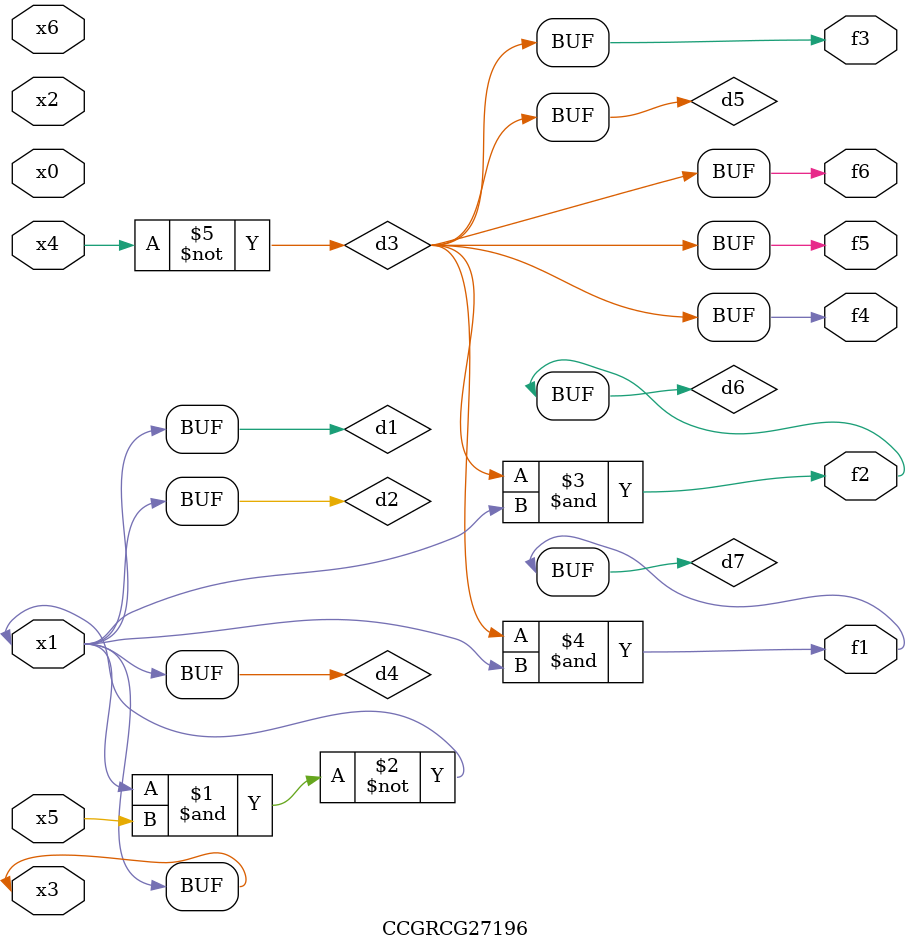
<source format=v>
module CCGRCG27196(
	input x0, x1, x2, x3, x4, x5, x6,
	output f1, f2, f3, f4, f5, f6
);

	wire d1, d2, d3, d4, d5, d6, d7;

	buf (d1, x1, x3);
	nand (d2, x1, x5);
	not (d3, x4);
	buf (d4, d1, d2);
	buf (d5, d3);
	and (d6, d3, d4);
	and (d7, d3, d4);
	assign f1 = d7;
	assign f2 = d6;
	assign f3 = d5;
	assign f4 = d5;
	assign f5 = d5;
	assign f6 = d5;
endmodule

</source>
